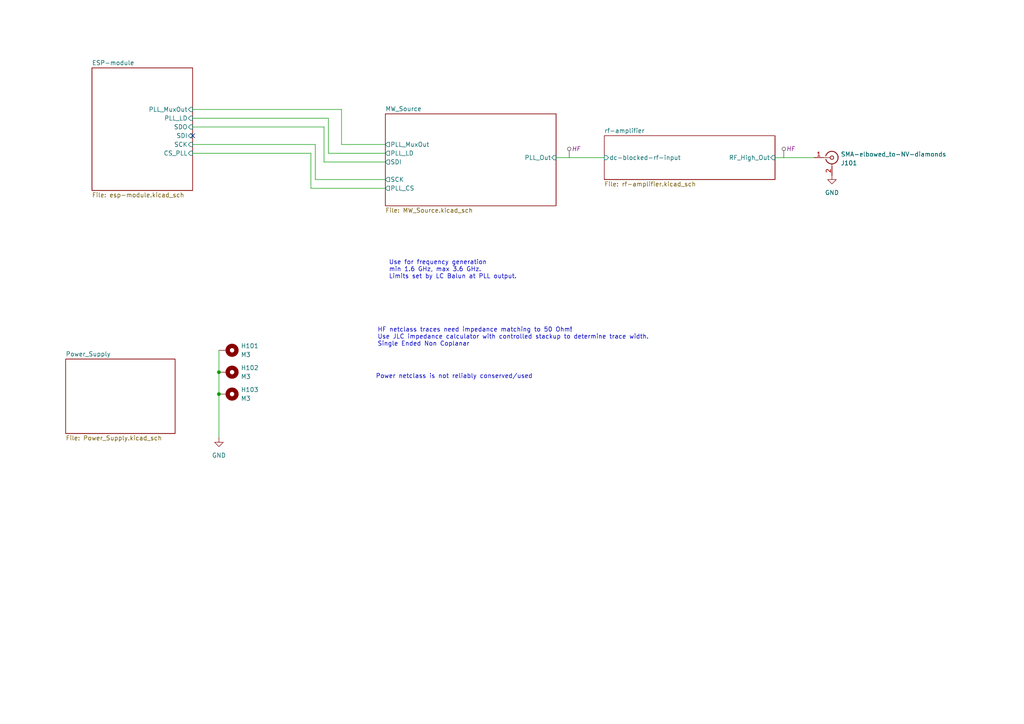
<source format=kicad_sch>
(kicad_sch (version 20250114) (generator "eeschema") (generator_version "9.0")
  (paper "A4")
  (title_block (title "QuantumMiniLabs_ODMR::ADF_Board") (date "2025-03-01") (rev "A") (company "openUC2 GmbH") (comment 1 "christiankuttke based on design by Dennis Stiegekötter"))
  (lib_symbols
    (symbol "Connector:Conn_Coaxial" (pin_names (offset 1.016) (hide yes))
      (property "Reference" "J" (at 0.254 3.048 0))
      (property "Value" "Conn_Coaxial" (at 2.921 0 90))
      (symbol "Conn_Coaxial_0_1"
        (polyline (pts (xy -2.54 0) (xy -0.508 0)))
        (arc (start 1.778 0) (mid 0.222 -1.8079) (end -1.778 -0.508) (stroke (width 0.254)))
        (arc (start -1.778 0.508) (mid 0.2221 1.8084) (end 1.778 0) (stroke (width 0.254)))
        (circle (center 0 0) (radius 0.508) (stroke (width 0.2032)))
        (polyline (pts (xy 0 -2.54) (xy 0 -1.778)))
      )
      (symbol "Conn_Coaxial_1_1"
        (pin passive line (at -5.08 0 0) (length 2.54) (name "In") (number "1"))
        (pin passive line (at 0 -5.08 90) (length 2.54) (name "Ext") (number "2"))
      )
    )
    (symbol "GND_1" (power) (pin_numbers (hide yes)) (pin_names (offset 0) (hide yes))
      (property "Value" "GND" (at 0 -3.81 0))
      (symbol "GND_1_0_1"
        (polyline (pts (xy 0 0) (xy 0 -1.27) (xy 1.27 -1.27) (xy 0 -2.54) (xy -1.27 -1.27) (xy 0 -1.27)))
      )
      (symbol "GND_1_1_1"
        (pin power_in line (at 0 0 270) (length 0) (name "~") (number "1"))
      )
    )
    (symbol "Mechanical:MountingHole_Pad" (pin_numbers (hide yes)) (pin_names (offset 1.016) (hide yes)) (exclude_from_sim yes) (in_bom no)
      (property "Reference" "H" (at 0 6.35 0))
      (property "Value" "MountingHole_Pad" (at 0 4.445 0))
      (symbol "MountingHole_Pad_0_1"
        (circle (center 0 1.27) (radius 1.27) (stroke (width 1.27)))
      )
      (symbol "MountingHole_Pad_1_1"
        (pin input line (at 0 -2.54 90) (length 2.54) (name "1") (number "1"))
      )
    )
    (symbol "power:GND" (power) (pin_names (offset 0))
      (property "Value" "GND" (at 0 -3.81 0))
      (symbol "GND_0_1"
        (polyline (pts (xy 0 0) (xy 0 -1.27) (xy 1.27 -1.27) (xy 0 -2.54) (xy -1.27 -1.27) (xy 0 -1.27)))
      )
      (symbol "GND_1_1"
        (pin power_in line (at 0 0 270) (length 0) (hide yes) (name "GND") (number "1"))
      )
    )
  )
  (text "HF netclass traces need impedance matching to 50 Ohm!\nUse JLC impedance calculator with controlled stackup to determine trace width.\nSingle Ended Non Coplanar" (at 109.474 97.79 0) (effects (font (size 1.27 1.27)) (justify left)))
  (text "Power netclass is not reliably conserved/used" (at 108.966 109.22 0) (effects (font (size 1.27 1.27)) (justify left)))
  (text "Use for frequency generation \nmin 1.6 GHz, max 3.6 GHz.\nLimits set by LC Balun at PLL output." (at 112.776 78.232 0) (effects (font (size 1.27 1.27)) (justify left)))
  (junction (at 63.5 107.95))
  (junction (at 63.5 114.3))
  (no_connect (at 55.88 39.37))
  (wire (pts (xy 91.44 52.07) (xy 111.76 52.07)))
  (wire (pts (xy 111.76 41.91) (xy 99.06 41.91)))
  (wire (pts (xy 63.5 107.95) (xy 63.5 114.3)))
  (wire (pts (xy 95.25 44.45) (xy 111.76 44.45)))
  (wire (pts (xy 55.88 31.75) (xy 99.06 31.75)))
  (wire (pts (xy 55.88 44.45) (xy 90.17 44.45)))
  (wire (pts (xy 224.79 45.72) (xy 236.22 45.72)))
  (wire (pts (xy 90.17 44.45) (xy 90.17 54.61)))
  (wire (pts (xy 55.88 36.83) (xy 93.98 36.83)))
  (wire (pts (xy 91.44 41.91) (xy 91.44 52.07)))
  (wire (pts (xy 63.5 101.6) (xy 63.5 107.95)))
  (wire (pts (xy 55.88 41.91) (xy 91.44 41.91)))
  (wire (pts (xy 90.17 54.61) (xy 111.76 54.61)))
  (wire (pts (xy 93.98 46.99) (xy 111.76 46.99)))
  (wire (pts (xy 63.5 114.3) (xy 63.5 127)))
  (wire (pts (xy 99.06 41.91) (xy 99.06 31.75)))
  (wire (pts (xy 93.98 36.83) (xy 93.98 46.99)))
  (wire (pts (xy 95.25 34.29) (xy 95.25 44.45)))
  (wire (pts (xy 161.29 45.72) (xy 175.26 45.72)))
  (wire (pts (xy 55.88 34.29) (xy 95.25 34.29)))
  (netclass_flag "" (length 2.54) (shape round) (at 227.33 45.72 0) (property "Netclass" "HF" (at 228.0285 43.18 0) (effects (font (italic yes)) (justify left))))
  (netclass_flag "" (length 2.54) (shape round) (at 165.1 45.72 0) (property "Netclass" "HF" (at 165.7985 43.18 0) (effects (font (italic yes)) (justify left))))
  (symbol (lib_id "Connector:Conn_Coaxial") (at 241.3 45.72 0) (unit 1)
    (property "Reference" "J101" (at 243.84 47.2833 0) (effects (justify left)))
    (property "Value" "SMA-elbowed_to-NV-diamonds" (at 243.84 44.7433 0) (effects (justify left)))
    (property "Footprint" "Connector_Coaxial:SMA_BAT_Wireless_BWSMA-KWE-Z001" (effects (hide yes)))
    (property "LCSC" "C496551" (effects (hide yes)))
  )
  (symbol (lib_name "GND_1") (lib_id "power:GND") (at 63.5 127 0) (unit 1)
    (property "Reference" "#PWR0101" (effects (hide yes)))
    (property "Value" "GND" (at 63.5 132.08 0))
    (property "Description" "Power symbol creates a global label with name \"GND\" , ground" (effects (hide yes)))
  )
  (symbol (lib_id "Mechanical:MountingHole_Pad") (at 66.04 114.3 270) (unit 1) (in_bom no)
    (property "Reference" "H103" (at 69.85 113.0299 90) (effects (justify left)))
    (property "Value" "M3" (at 69.85 115.5699 90) (effects (justify left)))
    (property "Footprint" "MountingHole:MountingHole_3.2mm_M3_Pad_Via" (effects (hide yes)))
    (property "Description" "Mounting Hole with connection" (effects (hide yes)))
  )
  (symbol (lib_id "power:GND") (at 241.3 50.8 0) (unit 1)
    (property "Reference" "#PWR0102" (effects (hide yes)))
    (property "Value" "GND" (at 241.3 55.88 0))
  )
  (symbol (lib_id "Mechanical:MountingHole_Pad") (at 66.04 107.95 270) (unit 1) (in_bom no)
    (property "Reference" "H102" (at 69.85 106.6799 90) (effects (justify left)))
    (property "Value" "M3" (at 69.85 109.2199 90) (effects (justify left)))
    (property "Footprint" "MountingHole:MountingHole_3.2mm_M3_Pad_Via" (effects (hide yes)))
    (property "Description" "Mounting Hole with connection" (effects (hide yes)))
  )
  (symbol (lib_id "Mechanical:MountingHole_Pad") (at 66.04 101.6 270) (unit 1) (in_bom no)
    (property "Reference" "H101" (at 69.85 100.3299 90) (effects (justify left)))
    (property "Value" "M3" (at 69.85 102.8699 90) (effects (justify left)))
    (property "Footprint" "MountingHole:MountingHole_3.2mm_M3_Pad_Via" (effects (hide yes)))
    (property "Description" "Mounting Hole with connection" (effects (hide yes)))
  )
  (sheet (at 19.05 104.14) (size 31.75 21.59) (stroke (width 0.1524))
    (property "Sheetname" "Power_Supply" (at 19.05 103.4284 0) (effects (justify left bottom)))
    (property "Sheetfile" "Power_Supply.kicad_sch" (at 19.05 126.3146 0) (effects (justify left top)))
  )
  (sheet (at 111.76 33.02) (size 49.53 26.67) (stroke (width 0.1524))
    (property "Sheetname" "MW_Source" (at 111.76 32.3084 0) (effects (justify left bottom)))
    (property "Sheetfile" "MW_Source.kicad_sch" (at 111.76 60.2746 0) (effects (justify left top)))
    (pin "SDI" output (at 111.76 46.99 180))
    (pin "PLL_CS" output (at 111.76 54.61 180))
    (pin "PLL_LD" output (at 111.76 44.45 180))
    (pin "PLL_MuxOut" output (at 111.76 41.91 180))
    (pin "SCK" output (at 111.76 52.07 180))
    (pin "PLL_Out" input (at 161.29 45.72 0))
  )
  (sheet (at 175.26 39.37) (size 49.53 12.7) (stroke (width 0.1524))
    (property "Sheetname" "rf-amplifier" (at 175.26 38.6584 0) (effects (justify left bottom)))
    (property "Sheetfile" "rf-amplifier.kicad_sch" (at 175.26 52.6546 0) (effects (justify left top)))
    (pin "RF_High_Out" input (at 224.79 45.72 0))
    (pin "dc-blocked-rf-input" input (at 175.26 45.72 180))
  )
  (sheet (at 26.67 19.685) (size 29.21 35.56) (stroke (width 0.1524))
    (property "Sheetname" "ESP-module" (at 26.67 18.9734 0) (effects (justify left bottom)))
    (property "Sheetfile" "esp-module.kicad_sch" (at 26.67 55.8296 0) (effects (justify left top)))
    (pin "CS_PLL" input (at 55.88 44.45 0))
    (pin "SDO" input (at 55.88 36.83 0))
    (pin "SCK" input (at 55.88 41.91 0))
    (pin "PLL_MuxOut" input (at 55.88 31.75 0))
    (pin "PLL_LD" input (at 55.88 34.29 0))
    (pin "SDI" input (at 55.88 39.37 0))
  )
)
</source>
